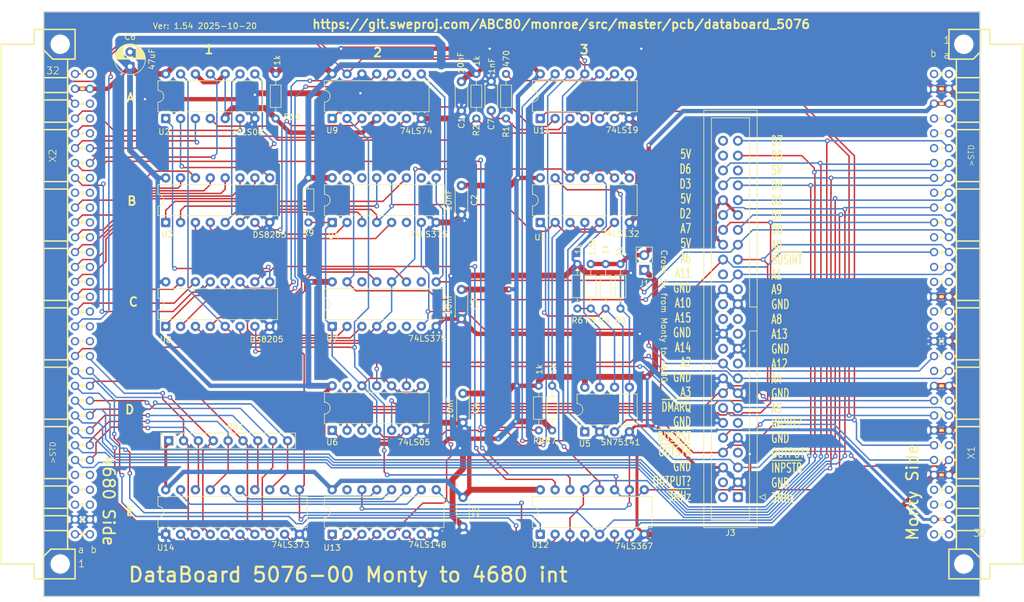
<source format=kicad_pcb>
(kicad_pcb
	(version 20241229)
	(generator "pcbnew")
	(generator_version "9.0")
	(general
		(thickness 1.6)
		(legacy_teardrops no)
	)
	(paper "A4")
	(title_block
		(title "DataBoard 5076-00")
		(date "2025-10-20")
		(rev "v1.05")
		(company "SweProj")
		(comment 1 "Monty to 4680 int")
	)
	(layers
		(0 "F.Cu" signal)
		(2 "B.Cu" signal)
		(9 "F.Adhes" user "F.Adhesive")
		(11 "B.Adhes" user "B.Adhesive")
		(13 "F.Paste" user)
		(15 "B.Paste" user)
		(5 "F.SilkS" user "F.Silkscreen")
		(7 "B.SilkS" user "B.Silkscreen")
		(1 "F.Mask" user)
		(3 "B.Mask" user)
		(17 "Dwgs.User" user "User.Drawings")
		(19 "Cmts.User" user "User.Comments")
		(21 "Eco1.User" user "User.Eco1")
		(23 "Eco2.User" user "User.Eco2")
		(25 "Edge.Cuts" user)
		(27 "Margin" user)
		(31 "F.CrtYd" user "F.Courtyard")
		(29 "B.CrtYd" user "B.Courtyard")
		(35 "F.Fab" user)
		(33 "B.Fab" user)
		(39 "User.1" user)
		(41 "User.2" user)
		(43 "User.3" user)
		(45 "User.4" user)
		(47 "User.5" user)
		(49 "User.6" user)
		(51 "User.7" user)
		(53 "User.8" user)
		(55 "User.9" user)
	)
	(setup
		(pad_to_mask_clearance 0)
		(allow_soldermask_bridges_in_footprints no)
		(tenting front back)
		(pcbplotparams
			(layerselection 0x00000000_00000000_55555555_5755f5ff)
			(plot_on_all_layers_selection 0x00000000_00000000_00000000_00000000)
			(disableapertmacros no)
			(usegerberextensions no)
			(usegerberattributes yes)
			(usegerberadvancedattributes yes)
			(creategerberjobfile yes)
			(dashed_line_dash_ratio 12.000000)
			(dashed_line_gap_ratio 3.000000)
			(svgprecision 4)
			(plotframeref no)
			(mode 1)
			(useauxorigin no)
			(hpglpennumber 1)
			(hpglpenspeed 20)
			(hpglpendiameter 15.000000)
			(pdf_front_fp_property_popups yes)
			(pdf_back_fp_property_popups yes)
			(pdf_metadata yes)
			(pdf_single_document no)
			(dxfpolygonmode yes)
			(dxfimperialunits yes)
			(dxfusepcbnewfont yes)
			(psnegative no)
			(psa4output no)
			(plot_black_and_white yes)
			(sketchpadsonfab no)
			(plotpadnumbers no)
			(hidednponfab no)
			(sketchdnponfab yes)
			(crossoutdnponfab yes)
			(subtractmaskfromsilk no)
			(outputformat 1)
			(mirror no)
			(drillshape 0)
			(scaleselection 1)
			(outputdirectory "gerber_1.02")
		)
	)
	(net 0 "")
	(net 1 "unconnected-(X1A-1-PadA1)")
	(net 2 "Net-(U5-COMREF)")
	(net 3 "Net-(U5-1OUT)")
	(net 4 "unconnected-(X1A-5-PadA5)")
	(net 5 "/~{BUSRST}")
	(net 6 "/D0")
	(net 7 "/D2")
	(net 8 "/D1")
	(net 9 "/D4")
	(net 10 "Net-(U3-~{Y6})")
	(net 11 "Net-(U8-~{Y6})")
	(net 12 "unconnected-(X1A-15-PadA15)")
	(net 13 "Net-(U7-E01)")
	(net 14 "unconnected-(X1A-17-PadA17)")
	(net 15 "unconnected-(X1A-18-PadA18)")
	(net 16 "Net-(U1-Pad11)")
	(net 17 "unconnected-(X1A-20-PadA20)")
	(net 18 "Net-(U5-2OUT)")
	(net 19 "/D3")
	(net 20 "unconnected-(X1A-23-PadA23)")
	(net 21 "unconnected-(X1A-26-PadA26)")
	(net 22 "unconnected-(X1A-32-PadA32)")
	(net 23 "unconnected-(X1A-29-PadA29)")
	(net 24 "unconnected-(X1A-30-PadA30)")
	(net 25 "unconnected-(X1B-1-PadB1)")
	(net 26 "unconnected-(X1A-4-PadA4)")
	(net 27 "unconnected-(X1B-4-PadB4)")
	(net 28 "unconnected-(X1B-5-PadB5)")
	(net 29 "unconnected-(X1B-6-PadB6)")
	(net 30 "/D6")
	(net 31 "/D5")
	(net 32 "unconnected-(X1B-9-PadB9)")
	(net 33 "/D7")
	(net 34 "unconnected-(X1B-12-PadB12)")
	(net 35 "unconnected-(X1B-14-PadB14)")
	(net 36 "unconnected-(X1B-15-PadB15)")
	(net 37 "unconnected-(X1B-17-PadB17)")
	(net 38 "unconnected-(X1B-18-PadB18)")
	(net 39 "/~{PREN}")
	(net 40 "unconnected-(X1B-21-PadB21)")
	(net 41 "/~{R{slash}W}")
	(net 42 "/~{INT7}")
	(net 43 "/~{INT6}")
	(net 44 "VCC")
	(net 45 "/~{INT4}")
	(net 46 "unconnected-(X1B-29-PadB29)")
	(net 47 "unconnected-(X1B-30-PadB30)")
	(net 48 "/~{INT3}")
	(net 49 "unconnected-(X1B-32-PadB32)")
	(net 50 "/~{INT2}")
	(net 51 "Net-(U12-OEb)")
	(net 52 "/~{INT1}")
	(net 53 "Net-(U4-D0)")
	(net 54 "Net-(U3-~{E2})")
	(net 55 "/~{INT0}")
	(net 56 "Net-(U1-Pad3)")
	(net 57 "Net-(U3-A0)")
	(net 58 "/~{TREN}")
	(net 59 "/~{PRAC}")
	(net 60 "Net-(U12-OEa)")
	(net 61 "unconnected-(U7-~{Q1}-Pad6)")
	(net 62 "Net-(U3-A1)")
	(net 63 "Net-(U3-A2)")
	(net 64 "Net-(U3-~{E1})")
	(net 65 "Net-(U3-E3)")
	(net 66 "Net-(C7-Pad2)")
	(net 67 "GND")
	(net 68 "/~{STR_OUT}")
	(net 69 "Net-(R1-Pad1)")
	(net 70 "/~{STRINP}")
	(net 71 "/~{C4}")
	(net 72 "/~{C3}")
	(net 73 "/~{C2}")
	(net 74 "/~{C1}")
	(net 75 "+5V")
	(net 76 "unconnected-(U4-~{Q1}-Pad6)")
	(net 77 "/OUT_X1")
	(net 78 "/5V_NC2")
	(net 79 "unconnected-(U4-~{Q2}-Pad10)")
	(net 80 "unconnected-(U4-~{Q3}-Pad14)")
	(net 81 "/5V_NC1")
	(net 82 "unconnected-(U7-~{Q2}-Pad10)")
	(net 83 "Net-(U7-Q2)")
	(net 84 "Net-(U7-Q3)")
	(net 85 "Net-(U9A-~{Q})")
	(net 86 "Net-(U3-~{Y7})")
	(net 87 "/XA10")
	(net 88 "unconnected-(U7-~{Q3}-Pad14)")
	(net 89 "Net-(U11-Pad12)")
	(net 90 "Net-(U9A-~{R})")
	(net 91 "Net-(U11-Pad1)")
	(net 92 "Net-(U11-Pad5)")
	(net 93 "unconnected-(U9A-Q-Pad5)")
	(net 94 "Net-(U7-Q1)")
	(net 95 "Net-(U7-~{Q0})")
	(net 96 "Net-(U7-Q0)")
	(net 97 "/XA14")
	(net 98 "Net-(U8-~{Y4})")
	(net 99 "Net-(U8-~{Y3})")
	(net 100 "/~{OUT}")
	(net 101 "/~{OPS}")
	(net 102 "/~{STAT}")
	(net 103 "Net-(U13-EI)")
	(net 104 "unconnected-(U9B-Q-Pad9)")
	(net 105 "Net-(U12-I1)")
	(net 106 "/~{INP}")
	(net 107 "Net-(U12-I2)")
	(net 108 "Net-(U12-I3)")
	(net 109 "Net-(U12-I4)")
	(net 110 "/~{3MHz} ")
	(net 111 "Net-(U13-I4)")
	(net 112 "Net-(U13-I5)")
	(net 113 "Net-(U13-I6)")
	(net 114 "Net-(U13-I7)")
	(net 115 "Net-(U13-IO)")
	(net 116 "Net-(U13-I1)")
	(net 117 "Net-(U13-I2)")
	(net 118 "Net-(U13-I3)")
	(net 119 "unconnected-(U13-EO-Pad15)")
	(net 120 "/XA8")
	(net 121 "/INP_X1")
	(net 122 "/XA12")
	(net 123 "/XA13")
	(net 124 "/OUT_X2")
	(net 125 "/XA11")
	(net 126 "/XA9")
	(net 127 "/XA15")
	(net 128 "/3MHz_I")
	(net 129 "unconnected-(J3-Pin_50-Pad50)")
	(net 130 "unconnected-(X1A-10-PadA10)")
	(net 131 "/~{XINPSTB}")
	(net 132 "/~{XOUTSTB}")
	(net 133 "/XA5")
	(net 134 "/~{DMARQ}")
	(net 135 "/XA3")
	(net 136 "/XA4")
	(net 137 "/XA1")
	(net 138 "/~{BUSINT}")
	(net 139 "/XA6")
	(net 140 "/XA0")
	(net 141 "/XA7")
	(net 142 "/XA2")
	(net 143 "/~{CS}")
	(net 144 "/~{INT5}")
	(net 145 "/-12V")
	(net 146 "/~{TRRQ}")
	(net 147 "/~{BPCLK}")
	(net 148 "/GNDB")
	(net 149 "/~{INT}")
	(net 150 "/~{CSB}")
	(net 151 "/~{NMI}")
	(net 152 "/12V")
	(net 153 "/~{XMEMWR}")
	(net 154 "/~{XMEMFL}")
	(net 155 "/3MHz")
	(net 156 "/~{XCSB2}")
	(net 157 "/~{XCSB3}")
	(net 158 "/~{XCSB4}")
	(net 159 "/~{XCSB5}")
	(net 160 "/A11")
	(net 161 "/A10")
	(net 162 "/A9")
	(net 163 "/~{EXP}")
	(net 164 "/~{BUSEN}")
	(net 165 "/~{DSTB}")
	(net 166 "/A5")
	(net 167 "/A4")
	(net 168 "/A1")
	(net 169 "/A0")
	(net 170 "/~{DIRW{slash}R}")
	(net 171 "/5+")
	(footprint "Package_DIP:DIP-16_W7.62mm" (layer "F.Cu") (at 94.234 99.822 90))
	(footprint "Resistor_THT:R_Axial_DIN0204_L3.6mm_D1.6mm_P7.62mm_Horizontal" (layer "F.Cu") (at 90.17 74.422 -90))
	(footprint "Package_DIP:DIP-14_W7.62mm" (layer "F.Cu") (at 129.794 64.262 90))
	(footprint "Resistor_THT:R_Axial_DIN0204_L3.6mm_D1.6mm_P7.62mm_Horizontal" (layer "F.Cu") (at 123.952 56.642 -90))
	(footprint "Resistor_THT:R_Axial_DIN0204_L3.6mm_D1.6mm_P7.62mm_Horizontal" (layer "F.Cu") (at 118.872 56.642 -90))
	(footprint "Package_DIP:DIP-20_W7.62mm" (layer "F.Cu") (at 65.786 135.382 90))
	(footprint "Capacitor_THT:CP_Radial_D5.0mm_P2.50mm" (layer "F.Cu") (at 59.69 55.372 90))
	(footprint "Resistor_THT:R_Axial_DIN0204_L3.6mm_D1.6mm_P7.62mm_Horizontal" (layer "F.Cu") (at 136.144 89.154 -90))
	(footprint "Package_DIP:DIP-16_W7.62mm" (layer "F.Cu") (at 129.794 135.382 90))
	(footprint "Package_DIP:DIP-14_W7.62mm" (layer "F.Cu") (at 94.234 117.602 90))
	(footprint "Capacitor_THT:C_Disc_D4.3mm_W1.9mm_P5.00mm" (layer "F.Cu") (at 116.332 75.732 -90))
	(footprint "Resistor_THT:R_Axial_DIN0204_L3.6mm_D1.6mm_P7.62mm_Horizontal" (layer "F.Cu") (at 84.582 64.262 90))
	(footprint "Capacitor_THT:C_Disc_D4.3mm_W1.9mm_P5.00mm" (layer "F.Cu") (at 116.586 129.072 -90))
	(footprint "databoard_5076:FAB64Q" (layer "F.Cu") (at 47.752 96.012 180))
	(footprint "Resistor_THT:R_Axial_DIN0204_L3.6mm_D1.6mm_P7.62mm_Horizontal" (layer "F.Cu") (at 143.51 89.154 -90))
	(footprint "Connector_IDC:IDC-Header_2x25_P2.54mm_Vertical" (layer "F.Cu") (at 163.576 129.032 180))
	(footprint "Connector_PinHeader_2.54mm:PinHeader_1x02_P2.54mm_Vertical" (layer "F.Cu") (at 147.574 90.17 180))
	(footprint "Resistor_THT:R_Axial_DIN0204_L3.6mm_D1.6mm_P7.62mm_Horizontal" (layer "F.Cu") (at 129.54 109.982 -90))
	(footprint "Capacitor_THT:C_Disc_D4.3mm_W1.9mm_P5.00mm" (layer "F.Cu") (at 116.332 57.952 -90))
	(footprint "databoard_5076:FAB64Q"
		(layer "F.Cu")
		(uuid "9e76fb79-e25a-43c0-8e73-a598b73b7292")
		(at 202.184 96.012)
		(descr "<b>DIN 41612 CONNECTOR</b>\n<p>\nMale, 64 pins, type B, rows ab, grid 2.54 mm<br />\nFemale, 64 bits, type Q, rows ab, grid 2.54 mm<br />\nB mates with Q, but pin numbers reversed\n</p>")
		(property "Reference" "X1"
			(at 1.27 25.4 90)
			(layer "F.SilkS")
			(uuid "2d09dbc6-c251-448f-b83f-b420430a7391")
			(effects
				(font
					(size 1.2065 1.2065)
					(thickness 0.12065)
				)
			)
		)
		(property "Value" "FAB64Q"
			(at 1.27 5.1054 90)
			(layer "F.Fab")
			(uuid "a589c413-4890-4043-883b-92b7b2ae182b")
			(effects
				(font
					(size 1.2065 1.2065)
					(thickness 0.12065)
				)
			)
		)
		(property "Datasheet" ""
			(at 0 0 0)
			(layer "F.Fab")
			(hide yes)
			(uuid "e024ead9-b50c-4bf9-98b3-6216372898da")
			(effects
				(font
					(size 1.27 1.27)
					(thickness 0.15)
				)
			)
		)
		(property "Description" ""
			(at 0 0 0)
			(layer "F.Fab")
			(hide yes)
			(uuid "6d6bdb66-2f3b-4f6a-84a0-7225db0c0c44")
			(effects
				(font
					(size 1.27 1.27)
					(thickness 0.15)
				)
			)
		)
		(path "/9960b3bb-95d9-489a-b5be-be301a942045")
		(sheetname "/")
		(sheetfile "databoard_5076.kicad_sch")
		(attr through_hole)
		(fp_line
			(start -2.54 -46.99)
			(end -2.54 -41.91)
			(stroke
				(width 0.254)
				(type solid)
			)
			(layer "F.SilkS")
			(uuid "0b3f5e03-d392-4db3-ba79-e16b2c17bc85")
		)
		(fp_line
			(start -2.54 -41.91)
			(end -1.27 -41.91)
			(stroke
				(width 0.254)
				(type solid)
			)
			(layer "F.SilkS")
			(uuid "8e2e24f3-fa58-48af-bb99-ae1f6989160c")
		)
		(fp_line
			(start -2.54 41.91)
			(end -2.54 46.99)
			(stroke
				(width 0.254)
				(type solid)
			)
			(layer "F.SilkS")
			(uuid "83e6cbf5-117d-4136-bc66-1bd4453100ef")
		)
		(fp_line
			(start -2.54 41.91)
			(end -1.27 41.91)
			(stroke
				(width 0.254)
				(type solid)
			)
			(layer "F.SilkS")
			(uuid "15024551-7a90-4a56-92d3-0128cd591f13")
		)
		(fp_line
			(start -2.54 46.99)
			(end 2.8702 46.99)
			(stroke
				(width 0.254)
				(type solid)
			)
			(layer "F.SilkS")
			(uuid "be3108b1-1760-4bcf-828d-0bba8f42e7ac")
		)
		(fp_line
			(start -1.27 -41.91)
			(end -1.27 -38.735)
			(stroke
				(width 0.254)
				(type solid)
			)
			(layer "F.SilkS")
			(uuid "d301c52a-4cab-4f62-bbbc-a79128dfec46")
		)
		(fp_line
			(start -1.27 -41.91)
			(end 1.6002 -41.91)
			(stroke
				(width 0.254)
				(type solid)
			)
			(layer "F.SilkS")
			(uuid "eb2aa083-1d0b-491f-8e1c-840970893619")
		)
		(fp_line
			(start -1.27 -38.735)
			(end -1.27 -36.195)
			(stroke
				(width 0.254)
				(type solid)
			)
			(layer "F.SilkS")
			(uuid "176e3787-1713-4253-a575-f61705fe7c58")
		)
		(fp_line
			(start -1.27 -36.195)
			(end -1.27 -34.925)
			(stroke
				(width 0.254)
				(type solid)
			)
			(layer "F.SilkS")
			(uuid "b029f9a7-a393-4766-ab42-e31bbe010273")
		)
		(fp_line
			(start -1.27 -34.925)
			(end -1.27 -31.115)
			(stroke
				(width 0.254)
				(type solid)
			)
			(layer "F.SilkS")
			(uuid "6b9c5215-94f2-4c12-a3e8-636e10aac6c2")
		)
		(fp_line
			(start -1.27 -31.115)
			(end -1.27 -29.845)
			(stroke
				(width 0.254)
				(type solid)
			)
			(layer "F.SilkS")
			(uuid "4ed4533e-4dc0-42f0-ae08-620189ce5595")
		)
		(fp_line
			(start -1.27 -29.845)
			(end -1.27 -20.955)
			(stroke
				(width 0.254)
				(type solid)
			)
			(layer "F.SilkS")
			(uuid "ec52d79a-6f86-42b5-aa0a-5baa58f9ecf6")
		)
		(fp_line
			(start -1.27 -20.955)
			(end -1
... [844471 chars truncated]
</source>
